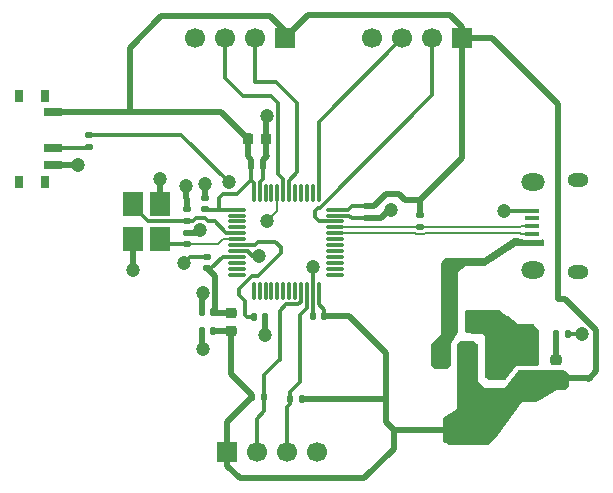
<source format=gbr>
%TF.GenerationSoftware,KiCad,Pcbnew,9.0.1*%
%TF.CreationDate,2025-06-08T22:19:25+02:00*%
%TF.ProjectId,STM32_Custom_Board,53544d33-325f-4437-9573-746f6d5f426f,rev?*%
%TF.SameCoordinates,Original*%
%TF.FileFunction,Copper,L1,Top*%
%TF.FilePolarity,Positive*%
%FSLAX46Y46*%
G04 Gerber Fmt 4.6, Leading zero omitted, Abs format (unit mm)*
G04 Created by KiCad (PCBNEW 9.0.1) date 2025-06-08 22:19:25*
%MOMM*%
%LPD*%
G01*
G04 APERTURE LIST*
G04 Aperture macros list*
%AMRoundRect*
0 Rectangle with rounded corners*
0 $1 Rounding radius*
0 $2 $3 $4 $5 $6 $7 $8 $9 X,Y pos of 4 corners*
0 Add a 4 corners polygon primitive as box body*
4,1,4,$2,$3,$4,$5,$6,$7,$8,$9,$2,$3,0*
0 Add four circle primitives for the rounded corners*
1,1,$1+$1,$2,$3*
1,1,$1+$1,$4,$5*
1,1,$1+$1,$6,$7*
1,1,$1+$1,$8,$9*
0 Add four rect primitives between the rounded corners*
20,1,$1+$1,$2,$3,$4,$5,0*
20,1,$1+$1,$4,$5,$6,$7,0*
20,1,$1+$1,$6,$7,$8,$9,0*
20,1,$1+$1,$8,$9,$2,$3,0*%
G04 Aperture macros list end*
%TA.AperFunction,SMDPad,CuDef*%
%ADD10RoundRect,0.375000X-0.375000X0.625000X-0.375000X-0.625000X0.375000X-0.625000X0.375000X0.625000X0*%
%TD*%
%TA.AperFunction,SMDPad,CuDef*%
%ADD11RoundRect,0.500000X-1.400000X0.500000X-1.400000X-0.500000X1.400000X-0.500000X1.400000X0.500000X0*%
%TD*%
%TA.AperFunction,SMDPad,CuDef*%
%ADD12RoundRect,0.250000X-0.250000X-0.475000X0.250000X-0.475000X0.250000X0.475000X-0.250000X0.475000X0*%
%TD*%
%TA.AperFunction,SMDPad,CuDef*%
%ADD13RoundRect,0.140000X0.170000X-0.140000X0.170000X0.140000X-0.170000X0.140000X-0.170000X-0.140000X0*%
%TD*%
%TA.AperFunction,SMDPad,CuDef*%
%ADD14RoundRect,0.140000X-0.170000X0.140000X-0.170000X-0.140000X0.170000X-0.140000X0.170000X0.140000X0*%
%TD*%
%TA.AperFunction,ComponentPad*%
%ADD15R,1.700000X1.700000*%
%TD*%
%TA.AperFunction,ComponentPad*%
%ADD16C,1.700000*%
%TD*%
%TA.AperFunction,SMDPad,CuDef*%
%ADD17RoundRect,0.135000X0.135000X0.185000X-0.135000X0.185000X-0.135000X-0.185000X0.135000X-0.185000X0*%
%TD*%
%TA.AperFunction,SMDPad,CuDef*%
%ADD18RoundRect,0.140000X0.140000X0.170000X-0.140000X0.170000X-0.140000X-0.170000X0.140000X-0.170000X0*%
%TD*%
%TA.AperFunction,SMDPad,CuDef*%
%ADD19RoundRect,0.250000X0.475000X-0.250000X0.475000X0.250000X-0.475000X0.250000X-0.475000X-0.250000X0*%
%TD*%
%TA.AperFunction,SMDPad,CuDef*%
%ADD20RoundRect,0.225000X-0.225000X-0.250000X0.225000X-0.250000X0.225000X0.250000X-0.225000X0.250000X0*%
%TD*%
%TA.AperFunction,SMDPad,CuDef*%
%ADD21R,1.300000X0.450000*%
%TD*%
%TA.AperFunction,HeatsinkPad*%
%ADD22O,1.800000X1.150000*%
%TD*%
%TA.AperFunction,HeatsinkPad*%
%ADD23O,2.000000X1.450000*%
%TD*%
%TA.AperFunction,SMDPad,CuDef*%
%ADD24RoundRect,0.135000X-0.135000X-0.185000X0.135000X-0.185000X0.135000X0.185000X-0.135000X0.185000X0*%
%TD*%
%TA.AperFunction,SMDPad,CuDef*%
%ADD25RoundRect,0.075000X-0.662500X-0.075000X0.662500X-0.075000X0.662500X0.075000X-0.662500X0.075000X0*%
%TD*%
%TA.AperFunction,SMDPad,CuDef*%
%ADD26RoundRect,0.075000X-0.075000X-0.662500X0.075000X-0.662500X0.075000X0.662500X-0.075000X0.662500X0*%
%TD*%
%TA.AperFunction,SMDPad,CuDef*%
%ADD27R,1.800000X2.100000*%
%TD*%
%TA.AperFunction,SMDPad,CuDef*%
%ADD28RoundRect,0.140000X-0.140000X-0.170000X0.140000X-0.170000X0.140000X0.170000X-0.140000X0.170000X0*%
%TD*%
%TA.AperFunction,SMDPad,CuDef*%
%ADD29RoundRect,0.135000X0.185000X-0.135000X0.185000X0.135000X-0.185000X0.135000X-0.185000X-0.135000X0*%
%TD*%
%TA.AperFunction,SMDPad,CuDef*%
%ADD30RoundRect,0.135000X-0.185000X0.135000X-0.185000X-0.135000X0.185000X-0.135000X0.185000X0.135000X0*%
%TD*%
%TA.AperFunction,SMDPad,CuDef*%
%ADD31RoundRect,0.218750X-0.256250X0.218750X-0.256250X-0.218750X0.256250X-0.218750X0.256250X0.218750X0*%
%TD*%
%TA.AperFunction,SMDPad,CuDef*%
%ADD32R,0.800000X1.000000*%
%TD*%
%TA.AperFunction,SMDPad,CuDef*%
%ADD33R,1.500000X0.700000*%
%TD*%
%TA.AperFunction,ViaPad*%
%ADD34C,1.200000*%
%TD*%
%TA.AperFunction,Conductor*%
%ADD35C,0.300000*%
%TD*%
%TA.AperFunction,Conductor*%
%ADD36C,0.500000*%
%TD*%
%TA.AperFunction,Conductor*%
%ADD37C,0.200000*%
%TD*%
G04 APERTURE END LIST*
D10*
%TO.P,U1,1,GND*%
%TO.N,GND*%
X109300000Y-86350000D03*
%TO.P,U1,2,VO*%
%TO.N,+3.3V*%
X107000000Y-86350000D03*
D11*
X107000000Y-92650000D03*
D10*
%TO.P,U1,3,VI*%
%TO.N,VBUS*%
X104700000Y-86350000D03*
%TD*%
D12*
%TO.P,C1,1*%
%TO.N,VBUS*%
X105600000Y-83500000D03*
%TO.P,C1,2*%
%TO.N,GND*%
X107500000Y-83500000D03*
%TD*%
D13*
%TO.P,C8,1*%
%TO.N,+3.3VA*%
X85000000Y-78980000D03*
%TO.P,C8,2*%
%TO.N,GND*%
X85000000Y-78020000D03*
%TD*%
D14*
%TO.P,C6,1*%
%TO.N,+3.3V*%
X98500000Y-73720000D03*
%TO.P,C6,2*%
%TO.N,GND*%
X98500000Y-74680000D03*
%TD*%
D15*
%TO.P,J3,1,Pin_1*%
%TO.N,+3.3V*%
X91540000Y-59500000D03*
D16*
%TO.P,J3,2,Pin_2*%
%TO.N,/USART1_TX*%
X89000000Y-59500000D03*
%TO.P,J3,3,Pin_3*%
%TO.N,/USART_RX*%
X86460000Y-59500000D03*
%TO.P,J3,4,Pin_4*%
%TO.N,GND*%
X83920000Y-59500000D03*
%TD*%
D17*
%TO.P,R5,1*%
%TO.N,+3.3V*%
X93000000Y-90000000D03*
%TO.P,R5,2*%
%TO.N,/I2CS_SDA*%
X91980000Y-90000000D03*
%TD*%
D18*
%TO.P,C10,1*%
%TO.N,+3.3V*%
X85480000Y-84300000D03*
%TO.P,C10,2*%
%TO.N,GND*%
X84520000Y-84300000D03*
%TD*%
%TO.P,C9,1*%
%TO.N,+3.3VA*%
X85480000Y-82700000D03*
%TO.P,C9,2*%
%TO.N,GND*%
X84520000Y-82700000D03*
%TD*%
D19*
%TO.P,C2,1*%
%TO.N,+3.3V*%
X112000000Y-88450000D03*
%TO.P,C2,2*%
%TO.N,GND*%
X112000000Y-86550000D03*
%TD*%
D20*
%TO.P,C3,1*%
%TO.N,+3.3V*%
X88425000Y-68000000D03*
%TO.P,C3,2*%
%TO.N,GND*%
X89975000Y-68000000D03*
%TD*%
D21*
%TO.P,J1,1,VBUS*%
%TO.N,VBUS*%
X112500000Y-76700000D03*
%TO.P,J1,2,D-*%
%TO.N,/USB_D-*%
X112500000Y-76050000D03*
%TO.P,J1,3,D+*%
%TO.N,/USB_D+*%
X112500000Y-75400000D03*
%TO.P,J1,4,ID*%
%TO.N,unconnected-(J1-ID-Pad4)*%
X112500000Y-74750000D03*
%TO.P,J1,5,GND*%
%TO.N,GND*%
X112500000Y-74100000D03*
D22*
%TO.P,J1,6,Shield*%
%TO.N,unconnected-(J1-Shield-Pad6)_3*%
X116350000Y-79275000D03*
D23*
%TO.N,unconnected-(J1-Shield-Pad6)*%
X112550000Y-79125000D03*
%TO.N,unconnected-(J1-Shield-Pad6)_1*%
X112550000Y-71675000D03*
D22*
%TO.N,unconnected-(J1-Shield-Pad6)_2*%
X116350000Y-71525000D03*
%TD*%
D24*
%TO.P,R1,1*%
%TO.N,/PWR_LED_K*%
X114490000Y-84500000D03*
%TO.P,R1,2*%
%TO.N,GND*%
X115510000Y-84500000D03*
%TD*%
%TO.P,R4,1*%
%TO.N,+3.3V*%
X88790000Y-89900000D03*
%TO.P,R4,2*%
%TO.N,/I2CS_SCL*%
X89810000Y-89900000D03*
%TD*%
D15*
%TO.P,J2,1,Pin_1*%
%TO.N,+3.3V*%
X106580000Y-59500000D03*
D16*
%TO.P,J2,2,Pin_2*%
%TO.N,/SWDIO*%
X104040000Y-59500000D03*
%TO.P,J2,3,Pin_3*%
%TO.N,/SWCLK*%
X101500000Y-59500000D03*
%TO.P,J2,4,Pin_4*%
%TO.N,GND*%
X98960000Y-59500000D03*
%TD*%
D25*
%TO.P,U2,1,VBAT*%
%TO.N,+3.3V*%
X87500000Y-74000000D03*
%TO.P,U2,2,PC13*%
%TO.N,unconnected-(U2-PC13-Pad2)*%
X87500000Y-74500000D03*
%TO.P,U2,3,PC14*%
%TO.N,unconnected-(U2-PC14-Pad3)*%
X87500000Y-75000000D03*
%TO.P,U2,4,PC15*%
%TO.N,unconnected-(U2-PC15-Pad4)*%
X87500000Y-75500000D03*
%TO.P,U2,5,PD0*%
%TO.N,/HSE_IN*%
X87500000Y-76000000D03*
%TO.P,U2,6,PD1*%
%TO.N,/HSE_OUT*%
X87500000Y-76500000D03*
%TO.P,U2,7,NRST*%
%TO.N,/NRST*%
X87500000Y-77000000D03*
%TO.P,U2,8,VSSA*%
%TO.N,GND*%
X87500000Y-77500000D03*
%TO.P,U2,9,VDDA*%
%TO.N,+3.3VA*%
X87500000Y-78000000D03*
%TO.P,U2,10,PA0*%
%TO.N,unconnected-(U2-PA0-Pad10)*%
X87500000Y-78500000D03*
%TO.P,U2,11,PA1*%
%TO.N,unconnected-(U2-PA1-Pad11)*%
X87500000Y-79000000D03*
%TO.P,U2,12,PA2*%
%TO.N,unconnected-(U2-PA2-Pad12)*%
X87500000Y-79500000D03*
D26*
%TO.P,U2,13,PA3*%
%TO.N,unconnected-(U2-PA3-Pad13)*%
X88912500Y-80912500D03*
%TO.P,U2,14,PA4*%
%TO.N,unconnected-(U2-PA4-Pad14)*%
X89412500Y-80912500D03*
%TO.P,U2,15,PA5*%
%TO.N,unconnected-(U2-PA5-Pad15)*%
X89912500Y-80912500D03*
%TO.P,U2,16,PA6*%
%TO.N,unconnected-(U2-PA6-Pad16)*%
X90412500Y-80912500D03*
%TO.P,U2,17,PA7*%
%TO.N,unconnected-(U2-PA7-Pad17)*%
X90912500Y-80912500D03*
%TO.P,U2,18,PB0*%
%TO.N,unconnected-(U2-PB0-Pad18)*%
X91412500Y-80912500D03*
%TO.P,U2,19,PB1*%
%TO.N,unconnected-(U2-PB1-Pad19)*%
X91912500Y-80912500D03*
%TO.P,U2,20,PB2*%
%TO.N,unconnected-(U2-PB2-Pad20)*%
X92412500Y-80912500D03*
%TO.P,U2,21,PB10*%
%TO.N,/I2CS_SCL*%
X92912500Y-80912500D03*
%TO.P,U2,22,PB11*%
%TO.N,/I2CS_SDA*%
X93412500Y-80912500D03*
%TO.P,U2,23,VSS*%
%TO.N,GND*%
X93912500Y-80912500D03*
%TO.P,U2,24,VDD*%
%TO.N,+3.3V*%
X94412500Y-80912500D03*
D25*
%TO.P,U2,25,PB12*%
%TO.N,unconnected-(U2-PB12-Pad25)*%
X95825000Y-79500000D03*
%TO.P,U2,26,PB13*%
%TO.N,unconnected-(U2-PB13-Pad26)*%
X95825000Y-79000000D03*
%TO.P,U2,27,PB14*%
%TO.N,unconnected-(U2-PB14-Pad27)*%
X95825000Y-78500000D03*
%TO.P,U2,28,PB15*%
%TO.N,unconnected-(U2-PB15-Pad28)*%
X95825000Y-78000000D03*
%TO.P,U2,29,PA8*%
%TO.N,unconnected-(U2-PA8-Pad29)*%
X95825000Y-77500000D03*
%TO.P,U2,30,PA9*%
%TO.N,unconnected-(U2-PA9-Pad30)*%
X95825000Y-77000000D03*
%TO.P,U2,31,PA10*%
%TO.N,unconnected-(U2-PA10-Pad31)*%
X95825000Y-76500000D03*
%TO.P,U2,32,PA11*%
%TO.N,/USB_D-*%
X95825000Y-76000000D03*
%TO.P,U2,33,PA12*%
%TO.N,/USB_D+*%
X95825000Y-75500000D03*
%TO.P,U2,34,PA13*%
%TO.N,/SWDIO*%
X95825000Y-75000000D03*
%TO.P,U2,35,VSS*%
%TO.N,GND*%
X95825000Y-74500000D03*
%TO.P,U2,36,VDD*%
%TO.N,+3.3V*%
X95825000Y-74000000D03*
D26*
%TO.P,U2,37,PA14*%
%TO.N,/SWCLK*%
X94412500Y-72587500D03*
%TO.P,U2,38,PA15*%
%TO.N,unconnected-(U2-PA15-Pad38)*%
X93912500Y-72587500D03*
%TO.P,U2,39,PB3*%
%TO.N,unconnected-(U2-PB3-Pad39)*%
X93412500Y-72587500D03*
%TO.P,U2,40,PB4*%
%TO.N,unconnected-(U2-PB4-Pad40)*%
X92912500Y-72587500D03*
%TO.P,U2,41,PB5*%
%TO.N,unconnected-(U2-PB5-Pad41)*%
X92412500Y-72587500D03*
%TO.P,U2,42,PB6*%
%TO.N,/USART1_TX*%
X91912500Y-72587500D03*
%TO.P,U2,43,PB7*%
%TO.N,/USART_RX*%
X91412500Y-72587500D03*
%TO.P,U2,44,BOOT0*%
%TO.N,/BOOT0*%
X90912500Y-72587500D03*
%TO.P,U2,45,PB8*%
%TO.N,unconnected-(U2-PB8-Pad45)*%
X90412500Y-72587500D03*
%TO.P,U2,46,PB9*%
%TO.N,unconnected-(U2-PB9-Pad46)*%
X89912500Y-72587500D03*
%TO.P,U2,47,VSS*%
%TO.N,GND*%
X89412500Y-72587500D03*
%TO.P,U2,48,VDD*%
%TO.N,+3.3V*%
X88912500Y-72587500D03*
%TD*%
D13*
%TO.P,C13,1*%
%TO.N,/HSE_OUT*%
X83250000Y-76930000D03*
%TO.P,C13,2*%
%TO.N,GND*%
X83250000Y-75970000D03*
%TD*%
D15*
%TO.P,J4,1,Pin_1*%
%TO.N,+3.3V*%
X86690000Y-94500000D03*
D16*
%TO.P,J4,2,Pin_2*%
%TO.N,/I2CS_SCL*%
X89230000Y-94500000D03*
%TO.P,J4,3,Pin_3*%
%TO.N,/I2CS_SDA*%
X91770000Y-94500000D03*
%TO.P,J4,4,Pin_4*%
%TO.N,GND*%
X94310000Y-94500000D03*
%TD*%
D27*
%TO.P,Y1,1,1*%
%TO.N,/HSE_IN*%
X78700000Y-73550000D03*
%TO.P,Y1,2,2*%
%TO.N,GND*%
X78700000Y-76450000D03*
%TO.P,Y1,3,3*%
%TO.N,/HSE_OUT*%
X81000000Y-76450000D03*
%TO.P,Y1,4,4*%
%TO.N,GND*%
X81000000Y-73550000D03*
%TD*%
D13*
%TO.P,C12,1*%
%TO.N,/HSE_IN*%
X83250000Y-74930000D03*
%TO.P,C12,2*%
%TO.N,GND*%
X83250000Y-73970000D03*
%TD*%
D28*
%TO.P,C11,1*%
%TO.N,/NRST*%
X88920000Y-83050000D03*
%TO.P,C11,2*%
%TO.N,GND*%
X89880000Y-83050000D03*
%TD*%
D13*
%TO.P,C4,1*%
%TO.N,+3.3V*%
X84750000Y-73980000D03*
%TO.P,C4,2*%
%TO.N,GND*%
X84750000Y-73020000D03*
%TD*%
D29*
%TO.P,R2,1*%
%TO.N,/SW_BOOT0*%
X75000000Y-68710000D03*
%TO.P,R2,2*%
%TO.N,/BOOT0*%
X75000000Y-67690000D03*
%TD*%
D30*
%TO.P,R3,1*%
%TO.N,+3.3V*%
X103000000Y-74440000D03*
%TO.P,R3,2*%
%TO.N,/USB_D+*%
X103000000Y-75460000D03*
%TD*%
D28*
%TO.P,C7,1*%
%TO.N,+3.3V*%
X88720000Y-70300000D03*
%TO.P,C7,2*%
%TO.N,GND*%
X89680000Y-70300000D03*
%TD*%
D31*
%TO.P,D1,1,K*%
%TO.N,/PWR_LED_K*%
X114500000Y-86712500D03*
%TO.P,D1,2,A*%
%TO.N,+3.3V*%
X114500000Y-88287500D03*
%TD*%
%TO.P,FB1,1*%
%TO.N,+3.3VA*%
X87000000Y-82712500D03*
%TO.P,FB1,2*%
%TO.N,+3.3V*%
X87000000Y-84287500D03*
%TD*%
D18*
%TO.P,C5,1*%
%TO.N,+3.3V*%
X94880000Y-83000000D03*
%TO.P,C5,2*%
%TO.N,GND*%
X93920000Y-83000000D03*
%TD*%
D32*
%TO.P,SW1,*%
%TO.N,*%
X71280000Y-64350000D03*
X69070000Y-64350000D03*
X71280000Y-71650000D03*
X69070000Y-71650000D03*
D33*
%TO.P,SW1,1,A*%
%TO.N,+3.3V*%
X71930000Y-65750000D03*
%TO.P,SW1,2,B*%
%TO.N,/SW_BOOT0*%
X71930000Y-68750000D03*
%TO.P,SW1,3,C*%
%TO.N,GND*%
X71930000Y-70250000D03*
%TD*%
D34*
%TO.N,GND*%
X83000000Y-78500000D03*
X90000000Y-66100000D03*
X116700000Y-84500000D03*
X81000000Y-71400000D03*
X78700000Y-79100000D03*
X89400000Y-77900000D03*
X110100000Y-74100000D03*
X109100000Y-83100000D03*
X84750000Y-71800000D03*
X89850000Y-84600000D03*
X84600000Y-85800000D03*
X84400000Y-75700000D03*
X84600000Y-81100000D03*
X109100000Y-84400000D03*
X110600000Y-84400000D03*
X100500000Y-74000000D03*
X74000000Y-70200000D03*
X112000000Y-84500000D03*
X83200000Y-72000000D03*
X93900000Y-78900000D03*
%TO.N,/BOOT0*%
X86800000Y-71700000D03*
X90000000Y-75000000D03*
%TD*%
D35*
%TO.N,+3.3V*%
X86000000Y-73000000D02*
X86000000Y-74000000D01*
X86000000Y-74000000D02*
X84770000Y-74000000D01*
X86300000Y-72700000D02*
X86000000Y-73000000D01*
X87500000Y-72700000D02*
X86300000Y-72700000D01*
X87500000Y-74000000D02*
X86000000Y-74000000D01*
D36*
%TO.N,/PWR_LED_K*%
X114490000Y-86702500D02*
X114500000Y-86712500D01*
X114490000Y-84500000D02*
X114490000Y-86702500D01*
D35*
%TO.N,/USB_D+*%
X103000000Y-75460000D02*
X103000000Y-75500000D01*
D37*
X103000000Y-75500000D02*
X111424999Y-75500000D01*
%TO.N,/USB_D-*%
X111524999Y-76050000D02*
X112500000Y-76050000D01*
X103369340Y-76031000D02*
X103450340Y-75950000D01*
X102549660Y-75950000D02*
X102630660Y-76031000D01*
X95875000Y-75950000D02*
X102549660Y-75950000D01*
X111424999Y-75950000D02*
X111524999Y-76050000D01*
%TO.N,/USB_D+*%
X111524999Y-75400000D02*
X112500000Y-75400000D01*
%TO.N,/USB_D-*%
X102630660Y-76031000D02*
X103369340Y-76031000D01*
%TO.N,/USB_D+*%
X111424999Y-75500000D02*
X111524999Y-75400000D01*
X95825000Y-75500000D02*
X103000000Y-75500000D01*
%TO.N,/USB_D-*%
X103450340Y-75950000D02*
X111424999Y-75950000D01*
D36*
%TO.N,+3.3V*%
X103000000Y-74440000D02*
X103000000Y-73200000D01*
%TO.N,GND*%
X99680000Y-74680000D02*
X98500000Y-74680000D01*
X100360000Y-74000000D02*
X99680000Y-74680000D01*
X100500000Y-74000000D02*
X100360000Y-74000000D01*
D35*
X83480000Y-78020000D02*
X83000000Y-78500000D01*
X85000000Y-78020000D02*
X83480000Y-78020000D01*
%TO.N,+3.3VA*%
X86289999Y-78000000D02*
X85309999Y-78980000D01*
X85309999Y-78980000D02*
X85000000Y-78980000D01*
X87500000Y-78000000D02*
X86289999Y-78000000D01*
D36*
X85651000Y-79631000D02*
X85000000Y-78980000D01*
X85651000Y-82529000D02*
X85651000Y-79631000D01*
X85480000Y-82700000D02*
X85651000Y-82529000D01*
D37*
%TO.N,/HSE_OUT*%
X86352190Y-76500000D02*
X85922190Y-76930000D01*
X87500000Y-76500000D02*
X86352190Y-76500000D01*
X85922190Y-76930000D02*
X83250000Y-76930000D01*
D35*
%TO.N,/BOOT0*%
X82790000Y-67690000D02*
X75000000Y-67690000D01*
X86800000Y-71700000D02*
X82790000Y-67690000D01*
D37*
X90000000Y-75000000D02*
X90912500Y-74087500D01*
X90912500Y-74087500D02*
X90912500Y-72587500D01*
D36*
%TO.N,GND*%
X89680000Y-70300000D02*
X89680000Y-69820000D01*
X81000000Y-73550000D02*
X81000000Y-71400000D01*
X84600000Y-81100000D02*
X84600000Y-81540000D01*
X89975000Y-68000000D02*
X89975000Y-66125000D01*
X84600000Y-85800000D02*
X84600000Y-85460000D01*
X89680000Y-69820000D02*
X90000000Y-69500000D01*
X89850000Y-83950000D02*
X89880000Y-83920000D01*
X89850000Y-84600000D02*
X89850000Y-83950000D01*
D35*
X88800000Y-77900000D02*
X88400000Y-77500000D01*
X97200000Y-74700000D02*
X97220000Y-74680000D01*
D36*
X78700000Y-76450000D02*
X78700000Y-79100000D01*
X89880000Y-83920000D02*
X89880000Y-83050000D01*
X84130000Y-75970000D02*
X84400000Y-75700000D01*
X89975000Y-69475000D02*
X89975000Y-68000000D01*
D35*
X97000000Y-74500000D02*
X97200000Y-74700000D01*
X88400000Y-77500000D02*
X87500000Y-77500000D01*
D36*
X73950000Y-70250000D02*
X74000000Y-70200000D01*
D35*
X89412500Y-72587500D02*
X89412500Y-71687500D01*
X95825000Y-74500000D02*
X97000000Y-74500000D01*
D36*
X83200000Y-72000000D02*
X83200000Y-73050000D01*
D35*
X93900000Y-78900000D02*
X93900000Y-79350000D01*
X115510000Y-84500000D02*
X116700000Y-84500000D01*
D36*
X83250000Y-73100000D02*
X83250000Y-73970000D01*
X84750000Y-73020000D02*
X84750000Y-71800000D01*
D35*
X93912500Y-80912500D02*
X93912500Y-82992500D01*
D36*
X84600000Y-81540000D02*
X84520000Y-81620000D01*
X84520000Y-81620000D02*
X84520000Y-82500000D01*
D35*
X97220000Y-74680000D02*
X98500000Y-74680000D01*
X89412500Y-71687500D02*
X89680000Y-71420000D01*
X93900000Y-79350000D02*
X93912500Y-79362500D01*
D36*
X71930000Y-70250000D02*
X73950000Y-70250000D01*
X83200000Y-73050000D02*
X83250000Y-73100000D01*
X84520000Y-85380000D02*
X84520000Y-84500000D01*
X90000000Y-69500000D02*
X89975000Y-69475000D01*
D35*
X112500000Y-74100000D02*
X110100000Y-74100000D01*
X93912500Y-82992500D02*
X93920000Y-83000000D01*
D36*
X83250000Y-75970000D02*
X84130000Y-75970000D01*
D35*
X89400000Y-77900000D02*
X88800000Y-77900000D01*
D36*
X89975000Y-66125000D02*
X90000000Y-66100000D01*
D35*
X89680000Y-71420000D02*
X89680000Y-70300000D01*
X93912500Y-79362500D02*
X93912500Y-80912500D01*
D36*
X84600000Y-85460000D02*
X84520000Y-85380000D01*
%TO.N,+3.3V*%
X106580000Y-59500000D02*
X109100000Y-59500000D01*
X86690000Y-94500000D02*
X86690000Y-92000000D01*
D35*
X97200000Y-73700000D02*
X97220000Y-73720000D01*
X94412500Y-82012500D02*
X94412500Y-80912500D01*
X96900000Y-74000000D02*
X97200000Y-73700000D01*
X97220000Y-73720000D02*
X98500000Y-73720000D01*
D36*
X86987500Y-84300000D02*
X87000000Y-84287500D01*
X106580000Y-59500000D02*
X106580000Y-69620000D01*
D35*
X88912500Y-71712500D02*
X88700000Y-71500000D01*
D36*
X88720000Y-70300000D02*
X88720000Y-69820000D01*
X81100000Y-57600000D02*
X78400000Y-60300000D01*
D35*
X88912500Y-72587500D02*
X88912500Y-71712500D01*
D36*
X117900000Y-87700000D02*
X117300000Y-88300000D01*
X106580000Y-69620000D02*
X103000000Y-73200000D01*
X99080000Y-73720000D02*
X100100000Y-72700000D01*
D35*
X94880000Y-83000000D02*
X94880000Y-82480000D01*
D36*
X88400000Y-69500000D02*
X88425000Y-69475000D01*
X86690000Y-95690000D02*
X87749000Y-96749000D01*
X91540000Y-59500000D02*
X91540000Y-58840000D01*
X117200000Y-88300000D02*
X117187500Y-88287500D01*
X86175000Y-65750000D02*
X78400000Y-65750000D01*
X98251000Y-96749000D02*
X100750000Y-94250000D01*
X100100000Y-90000000D02*
X93000000Y-90000000D01*
X88720000Y-69820000D02*
X88400000Y-69500000D01*
X117900000Y-84213661D02*
X117900000Y-87700000D01*
X105500000Y-57500000D02*
X106580000Y-58580000D01*
X86690000Y-92000000D02*
X88790000Y-89900000D01*
X100750000Y-94250000D02*
X100750000Y-92650000D01*
X98500000Y-73720000D02*
X99080000Y-73720000D01*
X91540000Y-59500000D02*
X93540000Y-57500000D01*
D35*
X94880000Y-82480000D02*
X94412500Y-82012500D01*
D36*
X100100000Y-86100000D02*
X100100000Y-90000000D01*
X100750000Y-92650000D02*
X107000000Y-92650000D01*
X106580000Y-58580000D02*
X106580000Y-59500000D01*
X114700000Y-81600000D02*
X115286339Y-81600000D01*
X90300000Y-57600000D02*
X81100000Y-57600000D01*
D35*
X87500000Y-72700000D02*
X88700000Y-71500000D01*
D36*
X103000000Y-73200000D02*
X101700000Y-73200000D01*
X97000000Y-83000000D02*
X100100000Y-86100000D01*
X117300000Y-88300000D02*
X117200000Y-88300000D01*
X88790000Y-89690000D02*
X87000000Y-87900000D01*
X86690000Y-94500000D02*
X86690000Y-95690000D01*
X87749000Y-96749000D02*
X98251000Y-96749000D01*
D35*
X84770000Y-74000000D02*
X84750000Y-73980000D01*
D36*
X94880000Y-83000000D02*
X97000000Y-83000000D01*
X100100000Y-72700000D02*
X101200000Y-72700000D01*
D35*
X88700000Y-71500000D02*
X88720000Y-71480000D01*
D36*
X100100000Y-92000000D02*
X100750000Y-92650000D01*
X114700000Y-65100000D02*
X114700000Y-81600000D01*
X109100000Y-59500000D02*
X114700000Y-65100000D01*
X78400000Y-65750000D02*
X71930000Y-65750000D01*
X78400000Y-60300000D02*
X78400000Y-65750000D01*
X88425000Y-68000000D02*
X86175000Y-65750000D01*
X85480000Y-84300000D02*
X86987500Y-84300000D01*
X100100000Y-90000000D02*
X100100000Y-92000000D01*
X88425000Y-69475000D02*
X88425000Y-68000000D01*
X88790000Y-89900000D02*
X88790000Y-89690000D01*
D35*
X95825000Y-74000000D02*
X96900000Y-74000000D01*
X88720000Y-71480000D02*
X88720000Y-70300000D01*
D36*
X93540000Y-57500000D02*
X105500000Y-57500000D01*
X117187500Y-88287500D02*
X114500000Y-88287500D01*
X115286339Y-81600000D02*
X117900000Y-84213661D01*
X101200000Y-72700000D02*
X101700000Y-73200000D01*
X91540000Y-58840000D02*
X90300000Y-57600000D01*
X87000000Y-87900000D02*
X87000000Y-84287500D01*
%TO.N,+3.3VA*%
X87000000Y-82712500D02*
X85492500Y-82712500D01*
X85492500Y-82712500D02*
X85480000Y-82700000D01*
D35*
%TO.N,/NRST*%
X90700000Y-76700000D02*
X91200000Y-77200000D01*
X91200000Y-77200000D02*
X91200000Y-77700000D01*
X89300000Y-79600000D02*
X88800000Y-79600000D01*
X87700000Y-80700000D02*
X87700000Y-81200000D01*
X87700000Y-81200000D02*
X88200000Y-81700000D01*
X87500000Y-77000000D02*
X89000000Y-77000000D01*
X88350000Y-83050000D02*
X88920000Y-83050000D01*
X89300000Y-76700000D02*
X90700000Y-76700000D01*
X89000000Y-77000000D02*
X89300000Y-76700000D01*
X88200000Y-82900000D02*
X88350000Y-83050000D01*
X88800000Y-79600000D02*
X87700000Y-80700000D01*
X88200000Y-81700000D02*
X88200000Y-82900000D01*
X91200000Y-77700000D02*
X89300000Y-79600000D01*
%TO.N,/HSE_IN*%
X86600000Y-76000000D02*
X85600000Y-75000000D01*
X83250000Y-74930000D02*
X83229000Y-74951000D01*
X84006082Y-74749000D02*
X83755082Y-75000000D01*
X85600000Y-75000000D02*
X85044918Y-75000000D01*
X85044918Y-75000000D02*
X84793918Y-74749000D01*
X83229000Y-74951000D02*
X79951000Y-74951000D01*
X79951000Y-74951000D02*
X78700000Y-73700000D01*
X83320000Y-75000000D02*
X83250000Y-74930000D01*
X83755082Y-75000000D02*
X83320000Y-75000000D01*
X78700000Y-73700000D02*
X78700000Y-73550000D01*
X87500000Y-76000000D02*
X86600000Y-76000000D01*
X84793918Y-74749000D02*
X84006082Y-74749000D01*
%TO.N,/HSE_OUT*%
X83250000Y-76930000D02*
X81480000Y-76930000D01*
X81480000Y-76930000D02*
X81000000Y-76450000D01*
D37*
%TO.N,/USB_D-*%
X95825000Y-76000000D02*
X95875000Y-75950000D01*
D35*
%TO.N,/SWCLK*%
X94412500Y-66587500D02*
X94412500Y-72587500D01*
X101500000Y-59500000D02*
X94412500Y-66587500D01*
%TO.N,/SWDIO*%
X94350000Y-73850000D02*
X94500000Y-73850000D01*
X94100000Y-74650000D02*
X94100000Y-74100000D01*
X94450000Y-75000000D02*
X94100000Y-74650000D01*
X94500000Y-73850000D02*
X104040000Y-64310000D01*
X104040000Y-64310000D02*
X104040000Y-59500000D01*
X95825000Y-75000000D02*
X94450000Y-75000000D01*
X94100000Y-74100000D02*
X94350000Y-73850000D01*
%TO.N,/USART1_TX*%
X91912500Y-72587500D02*
X91912500Y-71537500D01*
X92600000Y-65000000D02*
X90800000Y-63200000D01*
X92600000Y-70850000D02*
X92600000Y-65000000D01*
X89050000Y-63200000D02*
X89050000Y-63000000D01*
X89000000Y-62950000D02*
X89000000Y-59500000D01*
X89050000Y-63000000D02*
X89000000Y-62950000D01*
X90800000Y-63200000D02*
X89050000Y-63200000D01*
X91912500Y-71537500D02*
X92600000Y-70850000D01*
%TO.N,/USART_RX*%
X91412500Y-71412500D02*
X91000000Y-71000000D01*
X86460000Y-62410000D02*
X86460000Y-59500000D01*
X91000000Y-71000000D02*
X91000000Y-65000000D01*
X90350000Y-64350000D02*
X88000000Y-64350000D01*
X91412500Y-72587500D02*
X91412500Y-71412500D01*
X88000000Y-64350000D02*
X86500000Y-62850000D01*
X91000000Y-65000000D02*
X90350000Y-64350000D01*
X86500000Y-62850000D02*
X86500000Y-62450000D01*
X86500000Y-62450000D02*
X86460000Y-62410000D01*
%TO.N,/I2CS_SCL*%
X89200000Y-91700000D02*
X89230000Y-91730000D01*
X91050000Y-86750000D02*
X89810000Y-87990000D01*
X92700000Y-82000000D02*
X91650000Y-82000000D01*
X89810000Y-87990000D02*
X89810000Y-89900000D01*
X89230000Y-91730000D02*
X89230000Y-94500000D01*
X89810000Y-89900000D02*
X89810000Y-91090000D01*
X92912500Y-81787500D02*
X92700000Y-82000000D01*
X89480000Y-94250000D02*
X89230000Y-94500000D01*
X91100000Y-82550000D02*
X91100000Y-86750000D01*
X91650000Y-82000000D02*
X91100000Y-82550000D01*
X89810000Y-91090000D02*
X89200000Y-91700000D01*
X91100000Y-86750000D02*
X91050000Y-86750000D01*
X92912500Y-80912500D02*
X92912500Y-81787500D01*
%TO.N,/I2CS_SDA*%
X93412500Y-80912500D02*
X93412500Y-82337500D01*
X91980000Y-89420000D02*
X91980000Y-90000000D01*
X91980000Y-90480000D02*
X91770000Y-90690000D01*
X92800000Y-82950000D02*
X92800000Y-88600000D01*
X91770000Y-90690000D02*
X91770000Y-94500000D01*
X92800000Y-88600000D02*
X91980000Y-89420000D01*
X91980000Y-90000000D02*
X91980000Y-90480000D01*
X93412500Y-82337500D02*
X92800000Y-82950000D01*
%TO.N,/SW_BOOT0*%
X74960000Y-68750000D02*
X75000000Y-68710000D01*
X71930000Y-68750000D02*
X74960000Y-68750000D01*
D37*
%TO.N,unconnected-(U2-PA10-Pad31)*%
X95825000Y-76500000D02*
X95875000Y-76450000D01*
%TD*%
%TA.AperFunction,Conductor*%
%TO.N,GND*%
G36*
X109727301Y-82519685D02*
G01*
X109732332Y-82523094D01*
X109779746Y-82556961D01*
X110397938Y-82998527D01*
X110401989Y-83001547D01*
X111300000Y-83700000D01*
X112548638Y-83700000D01*
X112615677Y-83719685D01*
X112636319Y-83736319D01*
X113063681Y-84163681D01*
X113097166Y-84225004D01*
X113100000Y-84251362D01*
X113100000Y-87048638D01*
X113091355Y-87078078D01*
X113084832Y-87108065D01*
X113081077Y-87113080D01*
X113080315Y-87115677D01*
X113063681Y-87136319D01*
X113036319Y-87163681D01*
X112974996Y-87197166D01*
X112948638Y-87200000D01*
X111100000Y-87200000D01*
X110237200Y-88350400D01*
X110181229Y-88392221D01*
X110138000Y-88400000D01*
X108837544Y-88400000D01*
X108770505Y-88380315D01*
X108768761Y-88379174D01*
X108555217Y-88236811D01*
X108510356Y-88183246D01*
X108500000Y-88133637D01*
X108500000Y-84699999D01*
X108200000Y-84500000D01*
X107806188Y-84500000D01*
X107793850Y-84499385D01*
X106911662Y-84411166D01*
X106846913Y-84384908D01*
X106806640Y-84327813D01*
X106800000Y-84287781D01*
X106800000Y-82624000D01*
X106819685Y-82556961D01*
X106872489Y-82511206D01*
X106924000Y-82500000D01*
X109660262Y-82500000D01*
X109727301Y-82519685D01*
G37*
%TD.AperFunction*%
%TD*%
%TA.AperFunction,Conductor*%
%TO.N,+3.3V*%
G36*
X107525706Y-85119685D02*
G01*
X107533067Y-85124800D01*
X107850400Y-85362800D01*
X107892221Y-85418771D01*
X107900000Y-85462000D01*
X107900000Y-88499999D01*
X107899999Y-88499999D01*
X107900000Y-88500000D01*
X108400000Y-89100000D01*
X110200000Y-89100000D01*
X111262841Y-87650670D01*
X111318359Y-87608251D01*
X111362835Y-87600000D01*
X115158667Y-87600000D01*
X115225706Y-87619685D01*
X115233062Y-87624796D01*
X115550400Y-87862800D01*
X115592221Y-87918771D01*
X115600000Y-87962000D01*
X115600000Y-88938000D01*
X115580315Y-89005039D01*
X115550400Y-89037200D01*
X115233067Y-89275200D01*
X115167625Y-89299676D01*
X115158667Y-89300000D01*
X114600000Y-89300000D01*
X113123406Y-90120330D01*
X112828087Y-90284396D01*
X112767867Y-90300000D01*
X111600000Y-90300000D01*
X109605962Y-93091652D01*
X109592740Y-93107259D01*
X108836319Y-93863681D01*
X108774996Y-93897166D01*
X108748638Y-93900000D01*
X105434345Y-93900000D01*
X105370549Y-93882329D01*
X104960202Y-93636121D01*
X104912844Y-93584750D01*
X104900000Y-93529792D01*
X104900000Y-91766362D01*
X104919685Y-91699323D01*
X104955215Y-91663189D01*
X106100000Y-90900000D01*
X106100000Y-85462000D01*
X106119685Y-85394961D01*
X106149600Y-85362800D01*
X106466933Y-85124800D01*
X106532375Y-85100324D01*
X106541333Y-85100000D01*
X107458667Y-85100000D01*
X107525706Y-85119685D01*
G37*
%TD.AperFunction*%
%TD*%
%TA.AperFunction,Conductor*%
%TO.N,VBUS*%
G36*
X111358990Y-76416612D02*
G01*
X111370412Y-76423207D01*
X111472272Y-76450500D01*
X111549167Y-76450500D01*
X111616206Y-76470185D01*
X111636848Y-76486819D01*
X111677235Y-76527206D01*
X111780009Y-76572585D01*
X111805135Y-76575500D01*
X113194864Y-76575499D01*
X113194879Y-76575497D01*
X113194882Y-76575497D01*
X113219987Y-76572586D01*
X113219987Y-76572585D01*
X113219991Y-76572585D01*
X113322765Y-76527206D01*
X113322766Y-76527204D01*
X113325913Y-76525815D01*
X113395191Y-76516743D01*
X113458377Y-76546566D01*
X113495408Y-76605815D01*
X113500000Y-76639249D01*
X113500000Y-76976000D01*
X113480315Y-77043039D01*
X113427511Y-77088794D01*
X113376000Y-77100000D01*
X111100000Y-77100000D01*
X108530919Y-78779784D01*
X108464037Y-78799996D01*
X108463060Y-78800000D01*
X106900000Y-78800000D01*
X106899999Y-78800000D01*
X106899997Y-78800001D01*
X106200000Y-79299999D01*
X106200000Y-84348637D01*
X106180315Y-84415676D01*
X106163681Y-84436318D01*
X106100003Y-84499995D01*
X106100000Y-84499998D01*
X105600000Y-85400000D01*
X105600000Y-87148638D01*
X105580315Y-87215677D01*
X105563681Y-87236319D01*
X105336319Y-87463681D01*
X105274996Y-87497166D01*
X105248638Y-87500000D01*
X104262000Y-87500000D01*
X104194961Y-87480315D01*
X104162800Y-87450400D01*
X103924800Y-87133066D01*
X103900324Y-87067624D01*
X103900000Y-87058666D01*
X103900000Y-85451362D01*
X103919685Y-85384323D01*
X103936319Y-85363681D01*
X104800000Y-84500000D01*
X104800000Y-78541333D01*
X104819685Y-78474294D01*
X104824800Y-78466933D01*
X105062800Y-78149600D01*
X105118771Y-78107779D01*
X105162000Y-78100000D01*
X108399999Y-78100000D01*
X108400000Y-78100000D01*
X110969081Y-76420215D01*
X111035963Y-76400004D01*
X111036940Y-76400000D01*
X111296991Y-76400000D01*
X111358990Y-76416612D01*
G37*
%TD.AperFunction*%
%TD*%
M02*

</source>
